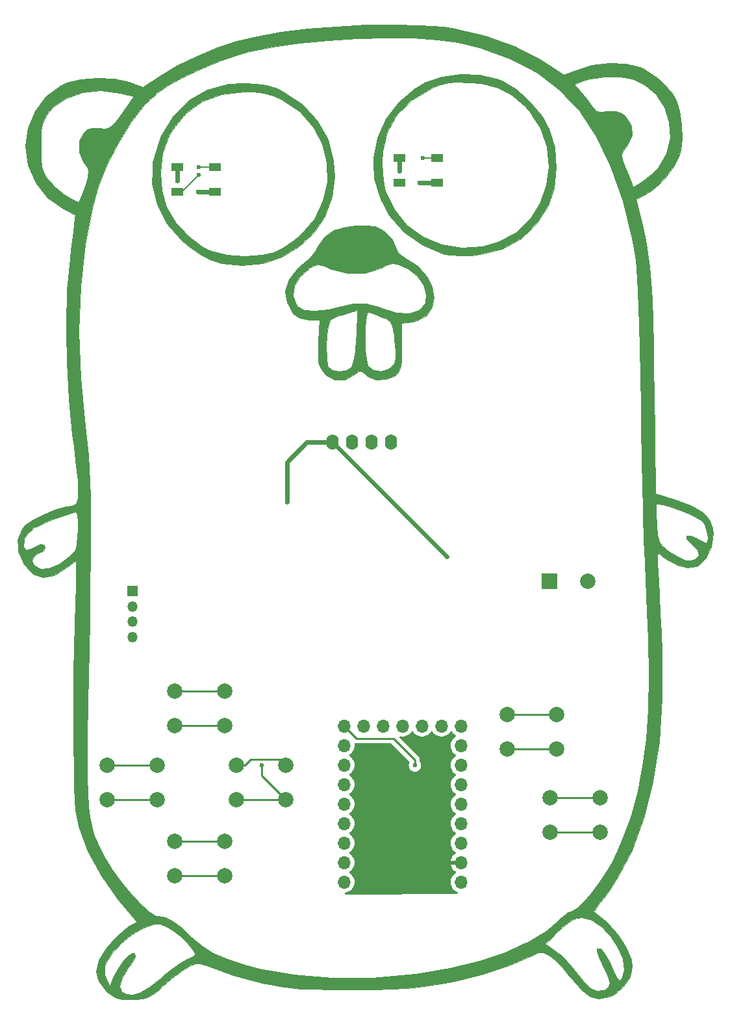
<source format=gbr>
G04 #@! TF.GenerationSoftware,KiCad,Pcbnew,8.0.5-8.0.5-0~ubuntu24.04.1*
G04 #@! TF.CreationDate,2024-10-08T07:55:02+09:00*
G04 #@! TF.ProjectId,gopher_rp2040_sw,676f7068-6572-45f7-9270-323034305f73,rev?*
G04 #@! TF.SameCoordinates,Original*
G04 #@! TF.FileFunction,Copper,L1,Top*
G04 #@! TF.FilePolarity,Positive*
%FSLAX46Y46*%
G04 Gerber Fmt 4.6, Leading zero omitted, Abs format (unit mm)*
G04 Created by KiCad (PCBNEW 8.0.5-8.0.5-0~ubuntu24.04.1) date 2024-10-08 07:55:02*
%MOMM*%
%LPD*%
G01*
G04 APERTURE LIST*
G04 #@! TA.AperFunction,EtchedComponent*
%ADD10C,0.010000*%
G04 #@! TD*
G04 #@! TA.AperFunction,SMDPad,CuDef*
%ADD11R,1.500000X1.000000*%
G04 #@! TD*
G04 #@! TA.AperFunction,ComponentPad*
%ADD12O,1.700000X1.700000*%
G04 #@! TD*
G04 #@! TA.AperFunction,ComponentPad*
%ADD13O,1.600000X2.000000*%
G04 #@! TD*
G04 #@! TA.AperFunction,ComponentPad*
%ADD14C,2.000000*%
G04 #@! TD*
G04 #@! TA.AperFunction,ComponentPad*
%ADD15R,1.350000X1.350000*%
G04 #@! TD*
G04 #@! TA.AperFunction,ComponentPad*
%ADD16O,1.350000X1.350000*%
G04 #@! TD*
G04 #@! TA.AperFunction,ComponentPad*
%ADD17R,2.000000X2.000000*%
G04 #@! TD*
G04 #@! TA.AperFunction,ViaPad*
%ADD18C,0.600000*%
G04 #@! TD*
G04 #@! TA.AperFunction,Conductor*
%ADD19C,0.600000*%
G04 #@! TD*
G04 #@! TA.AperFunction,Conductor*
%ADD20C,0.250000*%
G04 #@! TD*
G04 #@! TA.AperFunction,Conductor*
%ADD21C,0.200000*%
G04 #@! TD*
G04 APERTURE END LIST*
D10*
X128711367Y-50278810D02*
X130924211Y-50762439D01*
X131658823Y-51058059D01*
X133578523Y-52244804D01*
X135407772Y-53874471D01*
X136928558Y-55726784D01*
X137791059Y-57253976D01*
X138507105Y-59706992D01*
X138706761Y-62399598D01*
X138393918Y-65067174D01*
X137643312Y-67300187D01*
X136115879Y-69688161D01*
X134084440Y-71576478D01*
X131623328Y-72916765D01*
X128806874Y-73660651D01*
X127693961Y-73774779D01*
X126247210Y-73809020D01*
X124936283Y-73747124D01*
X124141429Y-73623367D01*
X121326984Y-72478951D01*
X118903365Y-70753447D01*
X116954633Y-68519292D01*
X115805006Y-66439614D01*
X115018248Y-63779552D01*
X114926727Y-61647012D01*
X115977143Y-61647012D01*
X116041805Y-63162730D01*
X116209637Y-64571016D01*
X116397552Y-65402348D01*
X117562251Y-67831613D01*
X119246401Y-69832912D01*
X121344978Y-71358878D01*
X123752962Y-72362143D01*
X126365330Y-72795340D01*
X129077061Y-72611103D01*
X131112817Y-72039266D01*
X133418413Y-70802958D01*
X135257644Y-69087752D01*
X136608073Y-67005735D01*
X137447264Y-64668993D01*
X137752779Y-62189613D01*
X137502180Y-59679681D01*
X136673032Y-57251284D01*
X135242896Y-55016509D01*
X134652191Y-54358039D01*
X132953481Y-52890415D01*
X131125401Y-51935025D01*
X128960803Y-51403604D01*
X127353471Y-51248019D01*
X125749340Y-51191239D01*
X124588230Y-51266191D01*
X123592624Y-51515556D01*
X122485005Y-51982017D01*
X122438343Y-52003958D01*
X119898520Y-53535212D01*
X117980992Y-55434759D01*
X116696048Y-57687242D01*
X116053974Y-60277309D01*
X115977143Y-61647012D01*
X114926727Y-61647012D01*
X114902444Y-61081200D01*
X115416438Y-58450250D01*
X116519074Y-55992393D01*
X118169198Y-53813317D01*
X120325655Y-52018715D01*
X121729169Y-51225856D01*
X123845920Y-50515046D01*
X126262628Y-50197855D01*
X128711367Y-50278810D01*
G04 #@! TA.AperFunction,EtchedComponent*
G36*
X128711367Y-50278810D02*
G01*
X130924211Y-50762439D01*
X131658823Y-51058059D01*
X133578523Y-52244804D01*
X135407772Y-53874471D01*
X136928558Y-55726784D01*
X137791059Y-57253976D01*
X138507105Y-59706992D01*
X138706761Y-62399598D01*
X138393918Y-65067174D01*
X137643312Y-67300187D01*
X136115879Y-69688161D01*
X134084440Y-71576478D01*
X131623328Y-72916765D01*
X128806874Y-73660651D01*
X127693961Y-73774779D01*
X126247210Y-73809020D01*
X124936283Y-73747124D01*
X124141429Y-73623367D01*
X121326984Y-72478951D01*
X118903365Y-70753447D01*
X116954633Y-68519292D01*
X115805006Y-66439614D01*
X115018248Y-63779552D01*
X114926727Y-61647012D01*
X115977143Y-61647012D01*
X116041805Y-63162730D01*
X116209637Y-64571016D01*
X116397552Y-65402348D01*
X117562251Y-67831613D01*
X119246401Y-69832912D01*
X121344978Y-71358878D01*
X123752962Y-72362143D01*
X126365330Y-72795340D01*
X129077061Y-72611103D01*
X131112817Y-72039266D01*
X133418413Y-70802958D01*
X135257644Y-69087752D01*
X136608073Y-67005735D01*
X137447264Y-64668993D01*
X137752779Y-62189613D01*
X137502180Y-59679681D01*
X136673032Y-57251284D01*
X135242896Y-55016509D01*
X134652191Y-54358039D01*
X132953481Y-52890415D01*
X131125401Y-51935025D01*
X128960803Y-51403604D01*
X127353471Y-51248019D01*
X125749340Y-51191239D01*
X124588230Y-51266191D01*
X123592624Y-51515556D01*
X122485005Y-51982017D01*
X122438343Y-52003958D01*
X119898520Y-53535212D01*
X117980992Y-55434759D01*
X116696048Y-57687242D01*
X116053974Y-60277309D01*
X115977143Y-61647012D01*
X114926727Y-61647012D01*
X114902444Y-61081200D01*
X115416438Y-58450250D01*
X116519074Y-55992393D01*
X118169198Y-53813317D01*
X120325655Y-52018715D01*
X121729169Y-51225856D01*
X123845920Y-50515046D01*
X126262628Y-50197855D01*
X128711367Y-50278810D01*
G37*
G04 #@! TD.AperFunction*
X99691359Y-51412525D02*
X100950816Y-51600591D01*
X102103558Y-51990994D01*
X102988228Y-52407445D01*
X105558244Y-54071113D01*
X107544673Y-56161812D01*
X108923798Y-58641134D01*
X109671900Y-61470674D01*
X109808572Y-63451409D01*
X109473913Y-66198144D01*
X108530014Y-68685141D01*
X107066990Y-70852173D01*
X105174957Y-72639014D01*
X102944030Y-73985436D01*
X100464326Y-74831212D01*
X97825961Y-75116114D01*
X95119048Y-74779915D01*
X93589582Y-74291089D01*
X92269189Y-73612701D01*
X90824359Y-72638379D01*
X89888571Y-71864910D01*
X87946238Y-69616552D01*
X86663816Y-67118905D01*
X86056012Y-64447507D01*
X86100014Y-62952506D01*
X87107595Y-62952506D01*
X87270736Y-65358542D01*
X87888712Y-67485604D01*
X87947516Y-67613401D01*
X89152483Y-69535593D01*
X90789035Y-71295612D01*
X92630151Y-72672357D01*
X93684879Y-73201167D01*
X95736069Y-73741843D01*
X98093624Y-73923174D01*
X100424265Y-73738698D01*
X101940400Y-73361213D01*
X103152950Y-72770429D01*
X104512024Y-71866504D01*
X105402904Y-71131030D01*
X107170149Y-69041282D01*
X108318088Y-66699691D01*
X108861946Y-64216962D01*
X108816945Y-61703798D01*
X108198307Y-59270903D01*
X107021256Y-57028980D01*
X105301014Y-55088734D01*
X103052805Y-53560868D01*
X102981885Y-53524838D01*
X101730210Y-52961298D01*
X100581546Y-52643564D01*
X99229065Y-52507419D01*
X98017418Y-52485781D01*
X95081778Y-52800373D01*
X92532276Y-53740910D01*
X90385595Y-55297385D01*
X88658417Y-57459790D01*
X88124332Y-58420786D01*
X87393918Y-60546815D01*
X87107595Y-62952506D01*
X86100014Y-62952506D01*
X86137530Y-61677894D01*
X86923076Y-58885606D01*
X87228169Y-58199157D01*
X88831539Y-55590745D01*
X90846050Y-53596276D01*
X93254433Y-52226691D01*
X96039423Y-51492933D01*
X98017418Y-51362071D01*
X99691359Y-51412525D01*
G04 #@! TA.AperFunction,EtchedComponent*
G36*
X99691359Y-51412525D02*
G01*
X100950816Y-51600591D01*
X102103558Y-51990994D01*
X102988228Y-52407445D01*
X105558244Y-54071113D01*
X107544673Y-56161812D01*
X108923798Y-58641134D01*
X109671900Y-61470674D01*
X109808572Y-63451409D01*
X109473913Y-66198144D01*
X108530014Y-68685141D01*
X107066990Y-70852173D01*
X105174957Y-72639014D01*
X102944030Y-73985436D01*
X100464326Y-74831212D01*
X97825961Y-75116114D01*
X95119048Y-74779915D01*
X93589582Y-74291089D01*
X92269189Y-73612701D01*
X90824359Y-72638379D01*
X89888571Y-71864910D01*
X87946238Y-69616552D01*
X86663816Y-67118905D01*
X86056012Y-64447507D01*
X86100014Y-62952506D01*
X87107595Y-62952506D01*
X87270736Y-65358542D01*
X87888712Y-67485604D01*
X87947516Y-67613401D01*
X89152483Y-69535593D01*
X90789035Y-71295612D01*
X92630151Y-72672357D01*
X93684879Y-73201167D01*
X95736069Y-73741843D01*
X98093624Y-73923174D01*
X100424265Y-73738698D01*
X101940400Y-73361213D01*
X103152950Y-72770429D01*
X104512024Y-71866504D01*
X105402904Y-71131030D01*
X107170149Y-69041282D01*
X108318088Y-66699691D01*
X108861946Y-64216962D01*
X108816945Y-61703798D01*
X108198307Y-59270903D01*
X107021256Y-57028980D01*
X105301014Y-55088734D01*
X103052805Y-53560868D01*
X102981885Y-53524838D01*
X101730210Y-52961298D01*
X100581546Y-52643564D01*
X99229065Y-52507419D01*
X98017418Y-52485781D01*
X95081778Y-52800373D01*
X92532276Y-53740910D01*
X90385595Y-55297385D01*
X88658417Y-57459790D01*
X88124332Y-58420786D01*
X87393918Y-60546815D01*
X87107595Y-62952506D01*
X86100014Y-62952506D01*
X86137530Y-61677894D01*
X86923076Y-58885606D01*
X87228169Y-58199157D01*
X88831539Y-55590745D01*
X90846050Y-53596276D01*
X93254433Y-52226691D01*
X96039423Y-51492933D01*
X98017418Y-51362071D01*
X99691359Y-51412525D01*
G37*
G04 #@! TD.AperFunction*
X115022404Y-70000490D02*
X115814554Y-70329667D01*
X116340000Y-70667250D01*
X117377432Y-71672437D01*
X117724251Y-72561185D01*
X118104572Y-73486577D01*
X119027366Y-74151043D01*
X120638282Y-75199028D01*
X121806636Y-76479141D01*
X122519453Y-77874298D01*
X122763758Y-79267413D01*
X122526579Y-80541404D01*
X121794941Y-81579185D01*
X120555870Y-82263674D01*
X119942305Y-82407943D01*
X118517143Y-82642539D01*
X118517143Y-85748618D01*
X118497712Y-87305959D01*
X118413208Y-88296487D01*
X118224315Y-88899978D01*
X117891716Y-89296207D01*
X117710691Y-89436172D01*
X116556619Y-89919565D01*
X115265107Y-89960936D01*
X114149469Y-89568871D01*
X113858304Y-89330606D01*
X113343578Y-88876304D01*
X112923703Y-88907880D01*
X112366677Y-89330606D01*
X111130487Y-89951411D01*
X109823889Y-89949650D01*
X108672386Y-89344399D01*
X108345364Y-88990441D01*
X107941300Y-88371399D01*
X107723184Y-87691012D01*
X107655784Y-86730157D01*
X107690634Y-85671635D01*
X108728632Y-85671635D01*
X108758850Y-87056591D01*
X108879335Y-88088847D01*
X108940251Y-88306214D01*
X109440645Y-88740178D01*
X110313104Y-88891275D01*
X111258118Y-88759769D01*
X111976174Y-88345919D01*
X112012505Y-88303534D01*
X112271371Y-87617730D01*
X112486453Y-86339113D01*
X112622477Y-84746563D01*
X113786520Y-84746563D01*
X113832990Y-86109983D01*
X113948888Y-87286028D01*
X114136281Y-88088309D01*
X114175624Y-88174556D01*
X114826222Y-88730406D01*
X115795352Y-88888204D01*
X116779357Y-88634435D01*
X117221225Y-88310084D01*
X117567618Y-87834205D01*
X117740299Y-87192441D01*
X117753721Y-86210748D01*
X117622335Y-84715080D01*
X117563062Y-84193298D01*
X117388286Y-83048297D01*
X117103820Y-82404486D01*
X116552210Y-82017616D01*
X116024073Y-81805950D01*
X115046279Y-81444100D01*
X114331186Y-81176516D01*
X114253572Y-81146953D01*
X114043004Y-81395964D01*
X113893595Y-82203163D01*
X113807411Y-83382160D01*
X113786520Y-84746563D01*
X112622477Y-84746563D01*
X112633145Y-84621669D01*
X112648216Y-84325259D01*
X112805420Y-80940508D01*
X111941996Y-81192481D01*
X110880325Y-81477380D01*
X110118512Y-81661136D01*
X109325157Y-82081377D01*
X108939808Y-83003201D01*
X108939227Y-83006188D01*
X108788739Y-84224620D01*
X108728632Y-85671635D01*
X107690634Y-85671635D01*
X107703867Y-85269708D01*
X107714735Y-85068382D01*
X107874273Y-82173529D01*
X106546102Y-82173529D01*
X105200180Y-81899781D01*
X104434548Y-81315130D01*
X103589329Y-79918289D01*
X103486199Y-79047061D01*
X104387631Y-79047061D01*
X104825427Y-80194531D01*
X104966239Y-80369852D01*
X105870607Y-80884364D01*
X107275109Y-81043176D01*
X109039994Y-80843018D01*
X110385903Y-80496690D01*
X112280122Y-80048173D01*
X113892491Y-80044593D01*
X115531247Y-80496023D01*
X115977143Y-80679411D01*
X117859808Y-81266472D01*
X119534522Y-81351522D01*
X120850323Y-80929560D01*
X120976405Y-80844995D01*
X121638315Y-79976457D01*
X121751900Y-78852589D01*
X121374196Y-77630083D01*
X120562236Y-76465633D01*
X119373056Y-75515933D01*
X118957845Y-75299370D01*
X118036060Y-74904279D01*
X117383164Y-74810774D01*
X116664626Y-75030314D01*
X115886900Y-75404559D01*
X113789399Y-76063268D01*
X111533696Y-76115151D01*
X109388833Y-75557254D01*
X109212062Y-75477798D01*
X108256581Y-75063987D01*
X107641265Y-74970725D01*
X107052106Y-75195126D01*
X106623699Y-75453999D01*
X105332332Y-76541655D01*
X104571788Y-77784389D01*
X104387631Y-79047061D01*
X103486199Y-79047061D01*
X103410308Y-78405956D01*
X103874548Y-76896830D01*
X104959113Y-75509609D01*
X105666289Y-74940705D01*
X106659551Y-74049817D01*
X107459658Y-73006219D01*
X107567352Y-72808751D01*
X108488579Y-71426247D01*
X109708527Y-70533797D01*
X111371980Y-70048815D01*
X112632314Y-69919661D01*
X114051730Y-69881983D01*
X115022404Y-70000490D01*
G04 #@! TA.AperFunction,EtchedComponent*
G36*
X115022404Y-70000490D02*
G01*
X115814554Y-70329667D01*
X116340000Y-70667250D01*
X117377432Y-71672437D01*
X117724251Y-72561185D01*
X118104572Y-73486577D01*
X119027366Y-74151043D01*
X120638282Y-75199028D01*
X121806636Y-76479141D01*
X122519453Y-77874298D01*
X122763758Y-79267413D01*
X122526579Y-80541404D01*
X121794941Y-81579185D01*
X120555870Y-82263674D01*
X119942305Y-82407943D01*
X118517143Y-82642539D01*
X118517143Y-85748618D01*
X118497712Y-87305959D01*
X118413208Y-88296487D01*
X118224315Y-88899978D01*
X117891716Y-89296207D01*
X117710691Y-89436172D01*
X116556619Y-89919565D01*
X115265107Y-89960936D01*
X114149469Y-89568871D01*
X113858304Y-89330606D01*
X113343578Y-88876304D01*
X112923703Y-88907880D01*
X112366677Y-89330606D01*
X111130487Y-89951411D01*
X109823889Y-89949650D01*
X108672386Y-89344399D01*
X108345364Y-88990441D01*
X107941300Y-88371399D01*
X107723184Y-87691012D01*
X107655784Y-86730157D01*
X107690634Y-85671635D01*
X108728632Y-85671635D01*
X108758850Y-87056591D01*
X108879335Y-88088847D01*
X108940251Y-88306214D01*
X109440645Y-88740178D01*
X110313104Y-88891275D01*
X111258118Y-88759769D01*
X111976174Y-88345919D01*
X112012505Y-88303534D01*
X112271371Y-87617730D01*
X112486453Y-86339113D01*
X112622477Y-84746563D01*
X113786520Y-84746563D01*
X113832990Y-86109983D01*
X113948888Y-87286028D01*
X114136281Y-88088309D01*
X114175624Y-88174556D01*
X114826222Y-88730406D01*
X115795352Y-88888204D01*
X116779357Y-88634435D01*
X117221225Y-88310084D01*
X117567618Y-87834205D01*
X117740299Y-87192441D01*
X117753721Y-86210748D01*
X117622335Y-84715080D01*
X117563062Y-84193298D01*
X117388286Y-83048297D01*
X117103820Y-82404486D01*
X116552210Y-82017616D01*
X116024073Y-81805950D01*
X115046279Y-81444100D01*
X114331186Y-81176516D01*
X114253572Y-81146953D01*
X114043004Y-81395964D01*
X113893595Y-82203163D01*
X113807411Y-83382160D01*
X113786520Y-84746563D01*
X112622477Y-84746563D01*
X112633145Y-84621669D01*
X112648216Y-84325259D01*
X112805420Y-80940508D01*
X111941996Y-81192481D01*
X110880325Y-81477380D01*
X110118512Y-81661136D01*
X109325157Y-82081377D01*
X108939808Y-83003201D01*
X108939227Y-83006188D01*
X108788739Y-84224620D01*
X108728632Y-85671635D01*
X107690634Y-85671635D01*
X107703867Y-85269708D01*
X107714735Y-85068382D01*
X107874273Y-82173529D01*
X106546102Y-82173529D01*
X105200180Y-81899781D01*
X104434548Y-81315130D01*
X103589329Y-79918289D01*
X103486199Y-79047061D01*
X104387631Y-79047061D01*
X104825427Y-80194531D01*
X104966239Y-80369852D01*
X105870607Y-80884364D01*
X107275109Y-81043176D01*
X109039994Y-80843018D01*
X110385903Y-80496690D01*
X112280122Y-80048173D01*
X113892491Y-80044593D01*
X115531247Y-80496023D01*
X115977143Y-80679411D01*
X117859808Y-81266472D01*
X119534522Y-81351522D01*
X120850323Y-80929560D01*
X120976405Y-80844995D01*
X121638315Y-79976457D01*
X121751900Y-78852589D01*
X121374196Y-77630083D01*
X120562236Y-76465633D01*
X119373056Y-75515933D01*
X118957845Y-75299370D01*
X118036060Y-74904279D01*
X117383164Y-74810774D01*
X116664626Y-75030314D01*
X115886900Y-75404559D01*
X113789399Y-76063268D01*
X111533696Y-76115151D01*
X109388833Y-75557254D01*
X109212062Y-75477798D01*
X108256581Y-75063987D01*
X107641265Y-74970725D01*
X107052106Y-75195126D01*
X106623699Y-75453999D01*
X105332332Y-76541655D01*
X104571788Y-77784389D01*
X104387631Y-79047061D01*
X103486199Y-79047061D01*
X103410308Y-78405956D01*
X103874548Y-76896830D01*
X104959113Y-75509609D01*
X105666289Y-74940705D01*
X106659551Y-74049817D01*
X107459658Y-73006219D01*
X107567352Y-72808751D01*
X108488579Y-71426247D01*
X109708527Y-70533797D01*
X111371980Y-70048815D01*
X112632314Y-69919661D01*
X114051730Y-69881983D01*
X115022404Y-70000490D01*
G37*
G04 #@! TD.AperFunction*
X120969317Y-43794845D02*
X123930958Y-44027204D01*
X125454612Y-44248256D01*
X129451753Y-45198945D01*
X133227981Y-46543845D01*
X136602220Y-48211145D01*
X138450451Y-49402215D01*
X139696616Y-50299437D01*
X141534737Y-49551375D01*
X143463572Y-49004059D01*
X145613404Y-48773346D01*
X147731696Y-48858840D01*
X149565913Y-49260141D01*
X150271899Y-49565156D01*
X152182196Y-50895174D01*
X153719348Y-52562350D01*
X154340013Y-53573887D01*
X154782628Y-54934304D01*
X155042308Y-56704544D01*
X155098273Y-58566258D01*
X154929743Y-60201098D01*
X154804530Y-60690372D01*
X154038244Y-62239847D01*
X152819789Y-63808908D01*
X151371229Y-65140779D01*
X150431240Y-65747337D01*
X149094406Y-66449398D01*
X149598238Y-68428375D01*
X150016072Y-70149599D01*
X150361205Y-71790031D01*
X150641707Y-73448383D01*
X150865644Y-75223364D01*
X151041085Y-77213687D01*
X151176097Y-79518061D01*
X151278747Y-82235199D01*
X151357104Y-85463810D01*
X151419235Y-89302606D01*
X151440617Y-90970537D01*
X151608740Y-104810193D01*
X154317587Y-105675792D01*
X156389105Y-106443193D01*
X157820666Y-107249537D01*
X158697137Y-108170734D01*
X159103388Y-109282692D01*
X159157143Y-110004404D01*
X158908018Y-111738807D01*
X158227515Y-113193001D01*
X157215948Y-114172303D01*
X156936342Y-114314491D01*
X155831770Y-114438966D01*
X154475088Y-114097919D01*
X153111043Y-113370343D01*
X152498135Y-112882077D01*
X152189606Y-112627055D01*
X151998309Y-112617661D01*
X151908305Y-112964412D01*
X151903654Y-113777829D01*
X151968420Y-115168428D01*
X152024720Y-116164705D01*
X152126572Y-118055187D01*
X152243595Y-120409602D01*
X152362230Y-122945411D01*
X152468917Y-125380075D01*
X152481835Y-125689705D01*
X152515405Y-131549691D01*
X152128842Y-137096556D01*
X151336407Y-142269120D01*
X150152367Y-147006199D01*
X148590985Y-151246614D01*
X146666526Y-154929181D01*
X145164373Y-157075142D01*
X144371700Y-158105678D01*
X143818899Y-158880158D01*
X143611214Y-159250049D01*
X143615552Y-159261020D01*
X145277867Y-160564246D01*
X146725601Y-162155651D01*
X147839569Y-163863938D01*
X148500583Y-165517811D01*
X148630881Y-166469134D01*
X148305436Y-167810769D01*
X147434260Y-169071610D01*
X146186400Y-170041654D01*
X145516786Y-170337754D01*
X144301938Y-170558635D01*
X143184747Y-170293813D01*
X142046233Y-169480470D01*
X140767415Y-168055782D01*
X140469860Y-167672990D01*
X139489867Y-166498464D01*
X138515176Y-165509211D01*
X137749726Y-164911331D01*
X137722244Y-164896278D01*
X136974178Y-164569405D01*
X136339936Y-164580930D01*
X135477594Y-164951521D01*
X135301178Y-165042615D01*
X132525868Y-166268400D01*
X129193242Y-167367320D01*
X125468035Y-168287444D01*
X124220301Y-168535577D01*
X122487074Y-168836373D01*
X120849457Y-169058003D01*
X119143067Y-169211808D01*
X117203516Y-169309128D01*
X114866421Y-169361306D01*
X111985715Y-169379651D01*
X109268729Y-169375569D01*
X107131274Y-169345906D01*
X105427306Y-169279800D01*
X104010782Y-169166392D01*
X102735658Y-168994823D01*
X101455892Y-168754233D01*
X100383101Y-168516881D01*
X98506343Y-168043587D01*
X96613071Y-167497621D01*
X94990352Y-166964527D01*
X94329891Y-166713052D01*
X93103607Y-166227294D01*
X92306183Y-166009622D01*
X91697232Y-166039214D01*
X91036364Y-166295246D01*
X90803339Y-166407578D01*
X89879382Y-166974583D01*
X88686147Y-167860565D01*
X87491864Y-168865084D01*
X86403888Y-169812624D01*
X85603005Y-170361313D01*
X84843601Y-170619629D01*
X83880064Y-170696048D01*
X83337259Y-170700000D01*
X82033810Y-170645889D01*
X81160781Y-170419433D01*
X80426659Y-169924446D01*
X80113443Y-169636297D01*
X79076153Y-168325670D01*
X78839149Y-167405465D01*
X79847599Y-167405465D01*
X80067724Y-168111140D01*
X80505726Y-168953627D01*
X80951185Y-167865784D01*
X81508792Y-166782811D01*
X82213464Y-165778567D01*
X82928263Y-165008043D01*
X83516248Y-164626231D01*
X83775351Y-164669331D01*
X83793682Y-165200888D01*
X83255254Y-166140814D01*
X83010647Y-166466750D01*
X82100641Y-167864580D01*
X81781894Y-168948085D01*
X82058888Y-169679679D01*
X82594286Y-169958188D01*
X83489763Y-170055379D01*
X84434544Y-169808214D01*
X85563335Y-169152687D01*
X87010838Y-168024789D01*
X87451384Y-167650250D01*
X88644811Y-166685612D01*
X89759929Y-165890635D01*
X90581380Y-165417153D01*
X90667858Y-165382560D01*
X91376025Y-165052907D01*
X91650610Y-164780371D01*
X91358236Y-164198684D01*
X90653472Y-163369526D01*
X89720688Y-162470539D01*
X88744250Y-161679365D01*
X87908529Y-161173645D01*
X87906315Y-161172691D01*
X87071273Y-160861436D01*
X86394534Y-160815358D01*
X85573226Y-161056086D01*
X84773604Y-161396415D01*
X83419442Y-162190994D01*
X82063410Y-163307340D01*
X80888768Y-164561011D01*
X80078774Y-165767561D01*
X79854299Y-166347543D01*
X79847599Y-167405465D01*
X78839149Y-167405465D01*
X78737384Y-167010351D01*
X79075390Y-165594292D01*
X79158238Y-165417436D01*
X80087123Y-163936840D01*
X81322519Y-162506936D01*
X82617790Y-161399289D01*
X83049782Y-161132513D01*
X84049564Y-160593471D01*
X81656939Y-157709235D01*
X79386157Y-154581966D01*
X77643722Y-151347485D01*
X76489920Y-148132018D01*
X76071514Y-146014361D01*
X75967376Y-144752315D01*
X75884156Y-142860756D01*
X75822108Y-140456926D01*
X75781485Y-137658068D01*
X75762539Y-134581424D01*
X75765522Y-131344238D01*
X75790688Y-128063751D01*
X75838290Y-124857207D01*
X75908580Y-121841848D01*
X76001811Y-119134916D01*
X76012993Y-118872170D01*
X76087807Y-116975898D01*
X76136418Y-115377721D01*
X76155937Y-114209841D01*
X76143475Y-113604461D01*
X76129361Y-113549376D01*
X75796968Y-113753392D01*
X75108865Y-114261379D01*
X74859361Y-114454741D01*
X73240426Y-115449173D01*
X71815254Y-115729488D01*
X70557750Y-115293518D01*
X69441820Y-114139098D01*
X69345494Y-113996941D01*
X68577333Y-112345731D01*
X68541837Y-111774251D01*
X69274805Y-111774251D01*
X69579135Y-112200595D01*
X70271591Y-112007640D01*
X70459405Y-111889414D01*
X71430026Y-111376966D01*
X71959122Y-111450523D01*
X72071429Y-111869117D01*
X71803804Y-112364854D01*
X71571573Y-112429411D01*
X70935656Y-112692932D01*
X70620000Y-112989705D01*
X70351204Y-113587555D01*
X70620000Y-114110294D01*
X71464198Y-114615173D01*
X72630168Y-114543309D01*
X74002021Y-113913876D01*
X74673935Y-113439536D01*
X75511244Y-112750681D01*
X75990107Y-112169534D01*
X76223206Y-111445207D01*
X76323223Y-110326814D01*
X76351579Y-109704242D01*
X76361562Y-108447472D01*
X76285005Y-107548625D01*
X76138449Y-107200058D01*
X76136242Y-107200000D01*
X75542635Y-107330361D01*
X74504376Y-107666081D01*
X73246265Y-108124112D01*
X71993105Y-108621404D01*
X70969695Y-109074910D01*
X70721601Y-109200326D01*
X69848197Y-109917303D01*
X69381415Y-110752667D01*
X69274805Y-111774251D01*
X68541837Y-111774251D01*
X68480899Y-110793181D01*
X69054458Y-109420776D01*
X69452695Y-108958532D01*
X70400398Y-108276979D01*
X71792573Y-107562753D01*
X73361885Y-106928715D01*
X74840993Y-106487725D01*
X75608926Y-106359589D01*
X75976735Y-106257005D01*
X76232677Y-105965493D01*
X76376964Y-105401089D01*
X76409804Y-104479833D01*
X76331408Y-103117761D01*
X76141986Y-101230910D01*
X75841748Y-98735318D01*
X75632101Y-97093300D01*
X75159978Y-92485163D01*
X74891445Y-87678142D01*
X74839220Y-83735108D01*
X76475149Y-83735108D01*
X76666616Y-89728033D01*
X77190326Y-95127809D01*
X77389979Y-96738139D01*
X77558266Y-98282259D01*
X77696338Y-99831128D01*
X77805346Y-101455705D01*
X77886439Y-103226948D01*
X77940769Y-105215816D01*
X77969487Y-107493269D01*
X77973743Y-110130263D01*
X77954687Y-113197759D01*
X77913470Y-116766715D01*
X77851243Y-120908090D01*
X77769156Y-125692842D01*
X77725260Y-128117647D01*
X77648449Y-132444401D01*
X77594226Y-136098824D01*
X77569349Y-139155468D01*
X77580578Y-141688882D01*
X77634672Y-143773618D01*
X77738390Y-145484226D01*
X77898491Y-146895256D01*
X78121734Y-148081259D01*
X78414879Y-149116787D01*
X78784684Y-150076388D01*
X79237909Y-151034615D01*
X79781312Y-152066017D01*
X79919675Y-152321270D01*
X80860570Y-153853509D01*
X82014232Y-155433848D01*
X83268800Y-156940218D01*
X84512414Y-158250549D01*
X85633212Y-159242771D01*
X86519334Y-159794816D01*
X86834950Y-159867647D01*
X87784139Y-160001439D01*
X88755521Y-160463671D01*
X89897677Y-161345628D01*
X91121429Y-162501086D01*
X92464153Y-163665857D01*
X93985803Y-164619921D01*
X95836287Y-165433493D01*
X98165513Y-166176792D01*
X99973003Y-166647149D01*
X104497730Y-167473445D01*
X109487487Y-167872480D01*
X114809191Y-167840081D01*
X120329756Y-167372073D01*
X120875715Y-167302713D01*
X124913218Y-166623448D01*
X128680863Y-165692975D01*
X132080386Y-164547397D01*
X134388270Y-163505178D01*
X137327821Y-163505178D01*
X138536053Y-164275704D01*
X139421108Y-165002846D01*
X140448025Y-166078047D01*
X141149102Y-166946137D01*
X142282198Y-168367824D01*
X143196549Y-169208647D01*
X144018912Y-169544707D01*
X144876039Y-169452106D01*
X145157466Y-169352683D01*
X145580058Y-169067894D01*
X145681025Y-168576316D01*
X145443274Y-167737516D01*
X144849716Y-166411056D01*
X144782510Y-166271736D01*
X144308261Y-165188340D01*
X144050760Y-164387603D01*
X144048027Y-164090756D01*
X144484576Y-164083444D01*
X145069636Y-164707016D01*
X145737416Y-165878613D01*
X146088905Y-166661087D01*
X146593828Y-167744046D01*
X146951367Y-168180120D01*
X147211689Y-168050061D01*
X147561175Y-166836591D01*
X147377260Y-165406832D01*
X146763145Y-163903169D01*
X145822030Y-162467985D01*
X144657114Y-161243664D01*
X143371599Y-160372592D01*
X142068685Y-159997152D01*
X141410898Y-160046779D01*
X140612582Y-160434175D01*
X139599596Y-161197284D01*
X138868436Y-161889236D01*
X137327821Y-163505178D01*
X134388270Y-163505178D01*
X135013527Y-163222818D01*
X137382022Y-161755342D01*
X138475934Y-160836029D01*
X139457873Y-159961745D01*
X140293144Y-159343782D01*
X140783687Y-159120588D01*
X141366083Y-158826151D01*
X142221507Y-158032297D01*
X143238510Y-156873213D01*
X144305645Y-155483083D01*
X145311462Y-153996094D01*
X145971242Y-152874678D01*
X146664981Y-151432684D01*
X147433864Y-149575168D01*
X148156028Y-147605610D01*
X148462290Y-146671144D01*
X149315833Y-143559717D01*
X149968931Y-140292769D01*
X150427991Y-136776134D01*
X150699422Y-132915645D01*
X150789629Y-128617135D01*
X150705021Y-123786438D01*
X150452005Y-118329387D01*
X150423649Y-117845588D01*
X150338453Y-116134548D01*
X150246186Y-113787041D01*
X150149974Y-110913584D01*
X150052944Y-107624695D01*
X150024615Y-106549836D01*
X151687245Y-106549836D01*
X151717444Y-107495607D01*
X151800889Y-108781966D01*
X151804666Y-108830339D01*
X151928295Y-110189507D01*
X152112255Y-111036831D01*
X152474956Y-111605128D01*
X153134807Y-112127216D01*
X153656917Y-112472251D01*
X154813859Y-113176251D01*
X155618268Y-113490458D01*
X156295789Y-113476578D01*
X156768895Y-113323271D01*
X157288216Y-112858247D01*
X157153454Y-112189766D01*
X156381953Y-111397866D01*
X156345664Y-111370422D01*
X155694515Y-110718892D01*
X155677591Y-110329055D01*
X156218234Y-110312333D01*
X156887753Y-110582485D01*
X157681516Y-110990828D01*
X158159286Y-111234583D01*
X158411618Y-111107159D01*
X158455244Y-110513339D01*
X158325565Y-109690256D01*
X158057986Y-108875042D01*
X157727597Y-108343113D01*
X157166964Y-107978420D01*
X156182469Y-107516019D01*
X154968942Y-107027118D01*
X153721215Y-106582922D01*
X152634119Y-106254639D01*
X151902484Y-106113476D01*
X151716887Y-106146320D01*
X151687245Y-106549836D01*
X150024615Y-106549836D01*
X149958223Y-104030891D01*
X149868939Y-100242691D01*
X149788218Y-96370612D01*
X149736696Y-93566176D01*
X149661839Y-89360128D01*
X149592331Y-85824522D01*
X149524331Y-82882800D01*
X149453997Y-80458404D01*
X149377488Y-78474777D01*
X149290962Y-76855361D01*
X149190578Y-75523599D01*
X149072494Y-74402933D01*
X148932869Y-73416806D01*
X148767861Y-72488660D01*
X148649609Y-71901470D01*
X147369263Y-66706801D01*
X145811869Y-62176843D01*
X143942579Y-58272084D01*
X141726545Y-54953009D01*
X139128921Y-52180104D01*
X138251551Y-51520416D01*
X141027600Y-51520416D01*
X141972158Y-52559472D01*
X142764881Y-53497733D01*
X143418956Y-54378319D01*
X143457247Y-54436748D01*
X143930351Y-54974939D01*
X144566071Y-55133205D01*
X145424239Y-55040157D01*
X146495846Y-54966864D01*
X147259246Y-55258075D01*
X147742493Y-55667785D01*
X148485338Y-56830329D01*
X148549800Y-58139622D01*
X147930063Y-59461783D01*
X147908572Y-59490160D01*
X147447845Y-60127277D01*
X147250384Y-60643732D01*
X147319442Y-61268555D01*
X147658272Y-62230780D01*
X147958147Y-62980220D01*
X148733436Y-64905761D01*
X149949697Y-64167043D01*
X151048566Y-63342943D01*
X152034814Y-62364905D01*
X152067721Y-62325120D01*
X153115382Y-60515584D01*
X153563636Y-58515368D01*
X153455712Y-56469135D01*
X152834840Y-54521547D01*
X151744248Y-52817266D01*
X150227167Y-51500956D01*
X148621132Y-50791418D01*
X146966195Y-50539934D01*
X145021385Y-50547392D01*
X143146927Y-50795695D01*
X142018800Y-51123105D01*
X141027600Y-51520416D01*
X138251551Y-51520416D01*
X136114859Y-49913855D01*
X132649512Y-48114749D01*
X128698033Y-46743272D01*
X125864287Y-46064838D01*
X123252890Y-45685720D01*
X120097381Y-45474552D01*
X116558756Y-45422527D01*
X112798012Y-45520835D01*
X108976145Y-45760671D01*
X105254150Y-46133225D01*
X101793024Y-46629689D01*
X98753764Y-47241257D01*
X97308203Y-47627102D01*
X94976390Y-48420592D01*
X92530179Y-49420208D01*
X90179990Y-50527530D01*
X88136245Y-51644140D01*
X86740202Y-52570043D01*
X85033267Y-54183280D01*
X83314024Y-56374637D01*
X81675342Y-58983060D01*
X80210091Y-61847498D01*
X79011141Y-64806900D01*
X78279063Y-67243090D01*
X77287863Y-72326404D01*
X76684394Y-77879154D01*
X76475149Y-83735108D01*
X74839220Y-83735108D01*
X74827958Y-82884847D01*
X74970973Y-78317886D01*
X75321947Y-74189868D01*
X75467543Y-73072113D01*
X75703534Y-71349756D01*
X75880784Y-69922864D01*
X75982334Y-68938322D01*
X75991224Y-68543017D01*
X75990529Y-68542291D01*
X75630161Y-68330987D01*
X74842364Y-67907488D01*
X74378274Y-67664679D01*
X72407565Y-66242765D01*
X70880723Y-64324325D01*
X69890976Y-62064959D01*
X69531549Y-59620266D01*
X69531429Y-59575000D01*
X71527143Y-59575000D01*
X71551155Y-61147245D01*
X71658888Y-62205680D01*
X71903884Y-62982904D01*
X72339689Y-63711518D01*
X72544476Y-63994408D01*
X73353069Y-64869577D01*
X74411886Y-65747579D01*
X75485490Y-66456740D01*
X76338440Y-66825386D01*
X76450163Y-66842315D01*
X76660130Y-66526525D01*
X76992341Y-65691665D01*
X77287364Y-64797129D01*
X77629311Y-63619783D01*
X77736212Y-62898026D01*
X77598419Y-62377334D01*
X77206287Y-61803184D01*
X77172201Y-61758520D01*
X76524151Y-60380767D01*
X76556843Y-58939378D01*
X77019705Y-57934419D01*
X77538117Y-57370429D01*
X78223675Y-57179065D01*
X79106134Y-57229005D01*
X79903409Y-57287332D01*
X80472778Y-57162684D01*
X80999186Y-56733323D01*
X81667582Y-55877507D01*
X82115143Y-55248345D01*
X83631714Y-53100117D01*
X81815923Y-52651704D01*
X79311895Y-52320175D01*
X76934199Y-52546284D01*
X74818715Y-53292705D01*
X73101325Y-54522110D01*
X72504518Y-55209518D01*
X72008844Y-55956607D01*
X71715333Y-56694162D01*
X71572451Y-57652360D01*
X71528664Y-59061381D01*
X71527143Y-59575000D01*
X69531429Y-59575000D01*
X69863329Y-57195128D01*
X70792211Y-54985681D01*
X72217847Y-53101577D01*
X74040007Y-51697730D01*
X74890232Y-51292246D01*
X76705770Y-50828594D01*
X78876828Y-50656340D01*
X81090353Y-50776316D01*
X83033295Y-51189355D01*
X83264133Y-51269961D01*
X84841123Y-51854984D01*
X86994283Y-50422399D01*
X89221328Y-49117225D01*
X91904702Y-47823756D01*
X94782352Y-46659621D01*
X97108572Y-45882438D01*
X99698242Y-45252816D01*
X102835745Y-44717815D01*
X106356182Y-44286940D01*
X110094656Y-43969700D01*
X113886269Y-43775599D01*
X117566122Y-43714145D01*
X120969317Y-43794845D01*
G04 #@! TA.AperFunction,EtchedComponent*
G36*
X120969317Y-43794845D02*
G01*
X123930958Y-44027204D01*
X125454612Y-44248256D01*
X129451753Y-45198945D01*
X133227981Y-46543845D01*
X136602220Y-48211145D01*
X138450451Y-49402215D01*
X139696616Y-50299437D01*
X141534737Y-49551375D01*
X143463572Y-49004059D01*
X145613404Y-48773346D01*
X147731696Y-48858840D01*
X149565913Y-49260141D01*
X150271899Y-49565156D01*
X152182196Y-50895174D01*
X153719348Y-52562350D01*
X154340013Y-53573887D01*
X154782628Y-54934304D01*
X155042308Y-56704544D01*
X155098273Y-58566258D01*
X154929743Y-60201098D01*
X154804530Y-60690372D01*
X154038244Y-62239847D01*
X152819789Y-63808908D01*
X151371229Y-65140779D01*
X150431240Y-65747337D01*
X149094406Y-66449398D01*
X149598238Y-68428375D01*
X150016072Y-70149599D01*
X150361205Y-71790031D01*
X150641707Y-73448383D01*
X150865644Y-75223364D01*
X151041085Y-77213687D01*
X151176097Y-79518061D01*
X151278747Y-82235199D01*
X151357104Y-85463810D01*
X151419235Y-89302606D01*
X151440617Y-90970537D01*
X151608740Y-104810193D01*
X154317587Y-105675792D01*
X156389105Y-106443193D01*
X157820666Y-107249537D01*
X158697137Y-108170734D01*
X159103388Y-109282692D01*
X159157143Y-110004404D01*
X158908018Y-111738807D01*
X158227515Y-113193001D01*
X157215948Y-114172303D01*
X156936342Y-114314491D01*
X155831770Y-114438966D01*
X154475088Y-114097919D01*
X153111043Y-113370343D01*
X152498135Y-112882077D01*
X152189606Y-112627055D01*
X151998309Y-112617661D01*
X151908305Y-112964412D01*
X151903654Y-113777829D01*
X151968420Y-115168428D01*
X152024720Y-116164705D01*
X152126572Y-118055187D01*
X152243595Y-120409602D01*
X152362230Y-122945411D01*
X152468917Y-125380075D01*
X152481835Y-125689705D01*
X152515405Y-131549691D01*
X152128842Y-137096556D01*
X151336407Y-142269120D01*
X150152367Y-147006199D01*
X148590985Y-151246614D01*
X146666526Y-154929181D01*
X145164373Y-157075142D01*
X144371700Y-158105678D01*
X143818899Y-158880158D01*
X143611214Y-159250049D01*
X143615552Y-159261020D01*
X145277867Y-160564246D01*
X146725601Y-162155651D01*
X147839569Y-163863938D01*
X148500583Y-165517811D01*
X148630881Y-166469134D01*
X148305436Y-167810769D01*
X147434260Y-169071610D01*
X146186400Y-170041654D01*
X145516786Y-170337754D01*
X144301938Y-170558635D01*
X143184747Y-170293813D01*
X142046233Y-169480470D01*
X140767415Y-168055782D01*
X140469860Y-167672990D01*
X139489867Y-166498464D01*
X138515176Y-165509211D01*
X137749726Y-164911331D01*
X137722244Y-164896278D01*
X136974178Y-164569405D01*
X136339936Y-164580930D01*
X135477594Y-164951521D01*
X135301178Y-165042615D01*
X132525868Y-166268400D01*
X129193242Y-167367320D01*
X125468035Y-168287444D01*
X124220301Y-168535577D01*
X122487074Y-168836373D01*
X120849457Y-169058003D01*
X119143067Y-169211808D01*
X117203516Y-169309128D01*
X114866421Y-169361306D01*
X111985715Y-169379651D01*
X109268729Y-169375569D01*
X107131274Y-169345906D01*
X105427306Y-169279800D01*
X104010782Y-169166392D01*
X102735658Y-168994823D01*
X101455892Y-168754233D01*
X100383101Y-168516881D01*
X98506343Y-168043587D01*
X96613071Y-167497621D01*
X94990352Y-166964527D01*
X94329891Y-166713052D01*
X93103607Y-166227294D01*
X92306183Y-166009622D01*
X91697232Y-166039214D01*
X91036364Y-166295246D01*
X90803339Y-166407578D01*
X89879382Y-166974583D01*
X88686147Y-167860565D01*
X87491864Y-168865084D01*
X86403888Y-169812624D01*
X85603005Y-170361313D01*
X84843601Y-170619629D01*
X83880064Y-170696048D01*
X83337259Y-170700000D01*
X82033810Y-170645889D01*
X81160781Y-170419433D01*
X80426659Y-169924446D01*
X80113443Y-169636297D01*
X79076153Y-168325670D01*
X78839149Y-167405465D01*
X79847599Y-167405465D01*
X80067724Y-168111140D01*
X80505726Y-168953627D01*
X80951185Y-167865784D01*
X81508792Y-166782811D01*
X82213464Y-165778567D01*
X82928263Y-165008043D01*
X83516248Y-164626231D01*
X83775351Y-164669331D01*
X83793682Y-165200888D01*
X83255254Y-166140814D01*
X83010647Y-166466750D01*
X82100641Y-167864580D01*
X81781894Y-168948085D01*
X82058888Y-169679679D01*
X82594286Y-169958188D01*
X83489763Y-170055379D01*
X84434544Y-169808214D01*
X85563335Y-169152687D01*
X87010838Y-168024789D01*
X87451384Y-167650250D01*
X88644811Y-166685612D01*
X89759929Y-165890635D01*
X90581380Y-165417153D01*
X90667858Y-165382560D01*
X91376025Y-165052907D01*
X91650610Y-164780371D01*
X91358236Y-164198684D01*
X90653472Y-163369526D01*
X89720688Y-162470539D01*
X88744250Y-161679365D01*
X87908529Y-161173645D01*
X87906315Y-161172691D01*
X87071273Y-160861436D01*
X86394534Y-160815358D01*
X85573226Y-161056086D01*
X84773604Y-161396415D01*
X83419442Y-162190994D01*
X82063410Y-163307340D01*
X80888768Y-164561011D01*
X80078774Y-165767561D01*
X79854299Y-166347543D01*
X79847599Y-167405465D01*
X78839149Y-167405465D01*
X78737384Y-167010351D01*
X79075390Y-165594292D01*
X79158238Y-165417436D01*
X80087123Y-163936840D01*
X81322519Y-162506936D01*
X82617790Y-161399289D01*
X83049782Y-161132513D01*
X84049564Y-160593471D01*
X81656939Y-157709235D01*
X79386157Y-154581966D01*
X77643722Y-151347485D01*
X76489920Y-148132018D01*
X76071514Y-146014361D01*
X75967376Y-144752315D01*
X75884156Y-142860756D01*
X75822108Y-140456926D01*
X75781485Y-137658068D01*
X75762539Y-134581424D01*
X75765522Y-131344238D01*
X75790688Y-128063751D01*
X75838290Y-124857207D01*
X75908580Y-121841848D01*
X76001811Y-119134916D01*
X76012993Y-118872170D01*
X76087807Y-116975898D01*
X76136418Y-115377721D01*
X76155937Y-114209841D01*
X76143475Y-113604461D01*
X76129361Y-113549376D01*
X75796968Y-113753392D01*
X75108865Y-114261379D01*
X74859361Y-114454741D01*
X73240426Y-115449173D01*
X71815254Y-115729488D01*
X70557750Y-115293518D01*
X69441820Y-114139098D01*
X69345494Y-113996941D01*
X68577333Y-112345731D01*
X68541837Y-111774251D01*
X69274805Y-111774251D01*
X69579135Y-112200595D01*
X70271591Y-112007640D01*
X70459405Y-111889414D01*
X71430026Y-111376966D01*
X71959122Y-111450523D01*
X72071429Y-111869117D01*
X71803804Y-112364854D01*
X71571573Y-112429411D01*
X70935656Y-112692932D01*
X70620000Y-112989705D01*
X70351204Y-113587555D01*
X70620000Y-114110294D01*
X71464198Y-114615173D01*
X72630168Y-114543309D01*
X74002021Y-113913876D01*
X74673935Y-113439536D01*
X75511244Y-112750681D01*
X75990107Y-112169534D01*
X76223206Y-111445207D01*
X76323223Y-110326814D01*
X76351579Y-109704242D01*
X76361562Y-108447472D01*
X76285005Y-107548625D01*
X76138449Y-107200058D01*
X76136242Y-107200000D01*
X75542635Y-107330361D01*
X74504376Y-107666081D01*
X73246265Y-108124112D01*
X71993105Y-108621404D01*
X70969695Y-109074910D01*
X70721601Y-109200326D01*
X69848197Y-109917303D01*
X69381415Y-110752667D01*
X69274805Y-111774251D01*
X68541837Y-111774251D01*
X68480899Y-110793181D01*
X69054458Y-109420776D01*
X69452695Y-108958532D01*
X70400398Y-108276979D01*
X71792573Y-107562753D01*
X73361885Y-106928715D01*
X74840993Y-106487725D01*
X75608926Y-106359589D01*
X75976735Y-106257005D01*
X76232677Y-105965493D01*
X76376964Y-105401089D01*
X76409804Y-104479833D01*
X76331408Y-103117761D01*
X76141986Y-101230910D01*
X75841748Y-98735318D01*
X75632101Y-97093300D01*
X75159978Y-92485163D01*
X74891445Y-87678142D01*
X74839220Y-83735108D01*
X76475149Y-83735108D01*
X76666616Y-89728033D01*
X77190326Y-95127809D01*
X77389979Y-96738139D01*
X77558266Y-98282259D01*
X77696338Y-99831128D01*
X77805346Y-101455705D01*
X77886439Y-103226948D01*
X77940769Y-105215816D01*
X77969487Y-107493269D01*
X77973743Y-110130263D01*
X77954687Y-113197759D01*
X77913470Y-116766715D01*
X77851243Y-120908090D01*
X77769156Y-125692842D01*
X77725260Y-128117647D01*
X77648449Y-132444401D01*
X77594226Y-136098824D01*
X77569349Y-139155468D01*
X77580578Y-141688882D01*
X77634672Y-143773618D01*
X77738390Y-145484226D01*
X77898491Y-146895256D01*
X78121734Y-148081259D01*
X78414879Y-149116787D01*
X78784684Y-150076388D01*
X79237909Y-151034615D01*
X79781312Y-152066017D01*
X79919675Y-152321270D01*
X80860570Y-153853509D01*
X82014232Y-155433848D01*
X83268800Y-156940218D01*
X84512414Y-158250549D01*
X85633212Y-159242771D01*
X86519334Y-159794816D01*
X86834950Y-159867647D01*
X87784139Y-160001439D01*
X88755521Y-160463671D01*
X89897677Y-161345628D01*
X91121429Y-162501086D01*
X92464153Y-163665857D01*
X93985803Y-164619921D01*
X95836287Y-165433493D01*
X98165513Y-166176792D01*
X99973003Y-166647149D01*
X104497730Y-167473445D01*
X109487487Y-167872480D01*
X114809191Y-167840081D01*
X120329756Y-167372073D01*
X120875715Y-167302713D01*
X124913218Y-166623448D01*
X128680863Y-165692975D01*
X132080386Y-164547397D01*
X134388270Y-163505178D01*
X137327821Y-163505178D01*
X138536053Y-164275704D01*
X139421108Y-165002846D01*
X140448025Y-166078047D01*
X141149102Y-166946137D01*
X142282198Y-168367824D01*
X143196549Y-169208647D01*
X144018912Y-169544707D01*
X144876039Y-169452106D01*
X145157466Y-169352683D01*
X145580058Y-169067894D01*
X145681025Y-168576316D01*
X145443274Y-167737516D01*
X144849716Y-166411056D01*
X144782510Y-166271736D01*
X144308261Y-165188340D01*
X144050760Y-164387603D01*
X144048027Y-164090756D01*
X144484576Y-164083444D01*
X145069636Y-164707016D01*
X145737416Y-165878613D01*
X146088905Y-166661087D01*
X146593828Y-167744046D01*
X146951367Y-168180120D01*
X147211689Y-168050061D01*
X147561175Y-166836591D01*
X147377260Y-165406832D01*
X146763145Y-163903169D01*
X145822030Y-162467985D01*
X144657114Y-161243664D01*
X143371599Y-160372592D01*
X142068685Y-159997152D01*
X141410898Y-160046779D01*
X140612582Y-160434175D01*
X139599596Y-161197284D01*
X138868436Y-161889236D01*
X137327821Y-163505178D01*
X134388270Y-163505178D01*
X135013527Y-163222818D01*
X137382022Y-161755342D01*
X138475934Y-160836029D01*
X139457873Y-159961745D01*
X140293144Y-159343782D01*
X140783687Y-159120588D01*
X141366083Y-158826151D01*
X142221507Y-158032297D01*
X143238510Y-156873213D01*
X144305645Y-155483083D01*
X145311462Y-153996094D01*
X145971242Y-152874678D01*
X146664981Y-151432684D01*
X147433864Y-149575168D01*
X148156028Y-147605610D01*
X148462290Y-146671144D01*
X149315833Y-143559717D01*
X149968931Y-140292769D01*
X150427991Y-136776134D01*
X150699422Y-132915645D01*
X150789629Y-128617135D01*
X150705021Y-123786438D01*
X150452005Y-118329387D01*
X150423649Y-117845588D01*
X150338453Y-116134548D01*
X150246186Y-113787041D01*
X150149974Y-110913584D01*
X150052944Y-107624695D01*
X150024615Y-106549836D01*
X151687245Y-106549836D01*
X151717444Y-107495607D01*
X151800889Y-108781966D01*
X151804666Y-108830339D01*
X151928295Y-110189507D01*
X152112255Y-111036831D01*
X152474956Y-111605128D01*
X153134807Y-112127216D01*
X153656917Y-112472251D01*
X154813859Y-113176251D01*
X155618268Y-113490458D01*
X156295789Y-113476578D01*
X156768895Y-113323271D01*
X157288216Y-112858247D01*
X157153454Y-112189766D01*
X156381953Y-111397866D01*
X156345664Y-111370422D01*
X155694515Y-110718892D01*
X155677591Y-110329055D01*
X156218234Y-110312333D01*
X156887753Y-110582485D01*
X157681516Y-110990828D01*
X158159286Y-111234583D01*
X158411618Y-111107159D01*
X158455244Y-110513339D01*
X158325565Y-109690256D01*
X158057986Y-108875042D01*
X157727597Y-108343113D01*
X157166964Y-107978420D01*
X156182469Y-107516019D01*
X154968942Y-107027118D01*
X153721215Y-106582922D01*
X152634119Y-106254639D01*
X151902484Y-106113476D01*
X151716887Y-106146320D01*
X151687245Y-106549836D01*
X150024615Y-106549836D01*
X149958223Y-104030891D01*
X149868939Y-100242691D01*
X149788218Y-96370612D01*
X149736696Y-93566176D01*
X149661839Y-89360128D01*
X149592331Y-85824522D01*
X149524331Y-82882800D01*
X149453997Y-80458404D01*
X149377488Y-78474777D01*
X149290962Y-76855361D01*
X149190578Y-75523599D01*
X149072494Y-74402933D01*
X148932869Y-73416806D01*
X148767861Y-72488660D01*
X148649609Y-71901470D01*
X147369263Y-66706801D01*
X145811869Y-62176843D01*
X143942579Y-58272084D01*
X141726545Y-54953009D01*
X139128921Y-52180104D01*
X138251551Y-51520416D01*
X141027600Y-51520416D01*
X141972158Y-52559472D01*
X142764881Y-53497733D01*
X143418956Y-54378319D01*
X143457247Y-54436748D01*
X143930351Y-54974939D01*
X144566071Y-55133205D01*
X145424239Y-55040157D01*
X146495846Y-54966864D01*
X147259246Y-55258075D01*
X147742493Y-55667785D01*
X148485338Y-56830329D01*
X148549800Y-58139622D01*
X147930063Y-59461783D01*
X147908572Y-59490160D01*
X147447845Y-60127277D01*
X147250384Y-60643732D01*
X147319442Y-61268555D01*
X147658272Y-62230780D01*
X147958147Y-62980220D01*
X148733436Y-64905761D01*
X149949697Y-64167043D01*
X151048566Y-63342943D01*
X152034814Y-62364905D01*
X152067721Y-62325120D01*
X153115382Y-60515584D01*
X153563636Y-58515368D01*
X153455712Y-56469135D01*
X152834840Y-54521547D01*
X151744248Y-52817266D01*
X150227167Y-51500956D01*
X148621132Y-50791418D01*
X146966195Y-50539934D01*
X145021385Y-50547392D01*
X143146927Y-50795695D01*
X142018800Y-51123105D01*
X141027600Y-51520416D01*
X138251551Y-51520416D01*
X136114859Y-49913855D01*
X132649512Y-48114749D01*
X128698033Y-46743272D01*
X125864287Y-46064838D01*
X123252890Y-45685720D01*
X120097381Y-45474552D01*
X116558756Y-45422527D01*
X112798012Y-45520835D01*
X108976145Y-45760671D01*
X105254150Y-46133225D01*
X101793024Y-46629689D01*
X98753764Y-47241257D01*
X97308203Y-47627102D01*
X94976390Y-48420592D01*
X92530179Y-49420208D01*
X90179990Y-50527530D01*
X88136245Y-51644140D01*
X86740202Y-52570043D01*
X85033267Y-54183280D01*
X83314024Y-56374637D01*
X81675342Y-58983060D01*
X80210091Y-61847498D01*
X79011141Y-64806900D01*
X78279063Y-67243090D01*
X77287863Y-72326404D01*
X76684394Y-77879154D01*
X76475149Y-83735108D01*
X74839220Y-83735108D01*
X74827958Y-82884847D01*
X74970973Y-78317886D01*
X75321947Y-74189868D01*
X75467543Y-73072113D01*
X75703534Y-71349756D01*
X75880784Y-69922864D01*
X75982334Y-68938322D01*
X75991224Y-68543017D01*
X75990529Y-68542291D01*
X75630161Y-68330987D01*
X74842364Y-67907488D01*
X74378274Y-67664679D01*
X72407565Y-66242765D01*
X70880723Y-64324325D01*
X69890976Y-62064959D01*
X69531549Y-59620266D01*
X69531429Y-59575000D01*
X71527143Y-59575000D01*
X71551155Y-61147245D01*
X71658888Y-62205680D01*
X71903884Y-62982904D01*
X72339689Y-63711518D01*
X72544476Y-63994408D01*
X73353069Y-64869577D01*
X74411886Y-65747579D01*
X75485490Y-66456740D01*
X76338440Y-66825386D01*
X76450163Y-66842315D01*
X76660130Y-66526525D01*
X76992341Y-65691665D01*
X77287364Y-64797129D01*
X77629311Y-63619783D01*
X77736212Y-62898026D01*
X77598419Y-62377334D01*
X77206287Y-61803184D01*
X77172201Y-61758520D01*
X76524151Y-60380767D01*
X76556843Y-58939378D01*
X77019705Y-57934419D01*
X77538117Y-57370429D01*
X78223675Y-57179065D01*
X79106134Y-57229005D01*
X79903409Y-57287332D01*
X80472778Y-57162684D01*
X80999186Y-56733323D01*
X81667582Y-55877507D01*
X82115143Y-55248345D01*
X83631714Y-53100117D01*
X81815923Y-52651704D01*
X79311895Y-52320175D01*
X76934199Y-52546284D01*
X74818715Y-53292705D01*
X73101325Y-54522110D01*
X72504518Y-55209518D01*
X72008844Y-55956607D01*
X71715333Y-56694162D01*
X71572451Y-57652360D01*
X71528664Y-59061381D01*
X71527143Y-59575000D01*
X69531429Y-59575000D01*
X69863329Y-57195128D01*
X70792211Y-54985681D01*
X72217847Y-53101577D01*
X74040007Y-51697730D01*
X74890232Y-51292246D01*
X76705770Y-50828594D01*
X78876828Y-50656340D01*
X81090353Y-50776316D01*
X83033295Y-51189355D01*
X83264133Y-51269961D01*
X84841123Y-51854984D01*
X86994283Y-50422399D01*
X89221328Y-49117225D01*
X91904702Y-47823756D01*
X94782352Y-46659621D01*
X97108572Y-45882438D01*
X99698242Y-45252816D01*
X102835745Y-44717815D01*
X106356182Y-44286940D01*
X110094656Y-43969700D01*
X113886269Y-43775599D01*
X117566122Y-43714145D01*
X120969317Y-43794845D01*
G37*
G04 #@! TD.AperFunction*
D11*
X89300000Y-62300000D03*
X89300000Y-65500000D03*
X94200000Y-65500000D03*
X94200000Y-62300000D03*
X118300000Y-61100000D03*
X118300000Y-64300000D03*
X123200000Y-64300000D03*
X123200000Y-61100000D03*
D12*
X111060000Y-155400000D03*
X111060000Y-152860000D03*
X111060000Y-150320000D03*
X111060000Y-147780000D03*
X111060000Y-145240000D03*
X111060000Y-142700000D03*
X111060000Y-140160000D03*
X111060000Y-137620000D03*
X111060000Y-135080000D03*
X113600000Y-135080000D03*
X116140000Y-135080000D03*
X118680000Y-135080000D03*
X121220000Y-135080000D03*
X123760000Y-135080000D03*
X126300000Y-135080000D03*
X126300000Y-137620000D03*
X126300000Y-140160000D03*
X126300000Y-142700000D03*
X126300000Y-145240000D03*
X126300000Y-147780000D03*
X126300000Y-150320000D03*
X126300000Y-152860000D03*
X126300000Y-155400000D03*
D13*
X109580000Y-98100000D03*
X112120000Y-98100000D03*
X114660000Y-98100000D03*
X117200000Y-98100000D03*
D14*
X132300000Y-133600000D03*
X138800000Y-133600000D03*
X132300000Y-138100000D03*
X138800000Y-138100000D03*
X80200000Y-140200000D03*
X86700000Y-140200000D03*
X80200000Y-144700000D03*
X86700000Y-144700000D03*
X89000000Y-150100000D03*
X95500000Y-150100000D03*
X89000000Y-154600000D03*
X95500000Y-154600000D03*
D15*
X83500000Y-117500000D03*
D16*
X83500000Y-119500000D03*
X83500000Y-121500000D03*
X83500000Y-123500000D03*
D14*
X89000000Y-130500000D03*
X95500000Y-130500000D03*
X89000000Y-135000000D03*
X95500000Y-135000000D03*
X97000000Y-140200000D03*
X103500000Y-140200000D03*
X97000000Y-144700000D03*
X103500000Y-144700000D03*
X137900000Y-144400000D03*
X144400000Y-144400000D03*
X137900000Y-148900000D03*
X144400000Y-148900000D03*
D17*
X137800000Y-116200000D03*
D14*
X142800000Y-116200000D03*
D18*
X103600000Y-105900000D03*
X124500000Y-113000000D03*
X92000000Y-65500000D03*
X121600000Y-152900000D03*
X113200000Y-156300000D03*
X100300000Y-140200000D03*
X120900000Y-64300000D03*
X118300000Y-62800000D03*
X89300000Y-64100000D03*
X92100000Y-62300000D03*
X121300000Y-61100000D03*
X92100000Y-63300000D03*
X120300000Y-140200000D03*
D19*
X92000000Y-65500000D02*
X94200000Y-65500000D01*
D20*
X100300000Y-141500000D02*
X103500000Y-144700000D01*
X89000000Y-135000000D02*
X95500000Y-135000000D01*
D19*
X103600000Y-105900000D02*
X103600000Y-100700000D01*
D20*
X132300000Y-133600000D02*
X138800000Y-133600000D01*
X100300000Y-140200000D02*
X100300000Y-141500000D01*
X121640000Y-152860000D02*
X126300000Y-152860000D01*
D19*
X109580000Y-98100000D02*
X124480000Y-113000000D01*
D20*
X121600000Y-152900000D02*
X116600000Y-152900000D01*
X116600000Y-152900000D02*
X113200000Y-156300000D01*
X121600000Y-152900000D02*
X121640000Y-152860000D01*
D19*
X106200000Y-98100000D02*
X109580000Y-98100000D01*
X124480000Y-113000000D02*
X124500000Y-113000000D01*
X103600000Y-100700000D02*
X106200000Y-98100000D01*
D20*
X89000000Y-154600000D02*
X95500000Y-154600000D01*
X97000000Y-144700000D02*
X103500000Y-144700000D01*
X137900000Y-144400000D02*
X144400000Y-144400000D01*
X80200000Y-144700000D02*
X86700000Y-144700000D01*
D19*
X120900000Y-64300000D02*
X123200000Y-64300000D01*
X118300000Y-62800000D02*
X118300000Y-61100000D01*
X89300000Y-64100000D02*
X89300000Y-62300000D01*
D21*
X92100000Y-62300000D02*
X94200000Y-62300000D01*
X89300000Y-65500000D02*
X89900000Y-65500000D01*
X121300000Y-61100000D02*
X123200000Y-61100000D01*
X89900000Y-65500000D02*
X92100000Y-63300000D01*
D20*
X112680000Y-136700000D02*
X111060000Y-135080000D01*
X117500000Y-136700000D02*
X112680000Y-136700000D01*
X120300000Y-140200000D02*
X120300000Y-139500000D01*
X120300000Y-139500000D02*
X117500000Y-136700000D01*
X89000000Y-130500000D02*
X95500000Y-130500000D01*
X80200000Y-140200000D02*
X86700000Y-140200000D01*
X89000000Y-150100000D02*
X95500000Y-150100000D01*
X97000000Y-140200000D02*
X98100000Y-140200000D01*
X102700000Y-139400000D02*
X103500000Y-140200000D01*
X98900000Y-139400000D02*
X102700000Y-139400000D01*
X98100000Y-140200000D02*
X98900000Y-139400000D01*
X132300000Y-138100000D02*
X138800000Y-138100000D01*
X137900000Y-148900000D02*
X144400000Y-148900000D01*
G04 #@! TA.AperFunction,Conductor*
G36*
X125111905Y-135753515D02*
G01*
X125133804Y-135778787D01*
X125224278Y-135917268D01*
X125224283Y-135917273D01*
X125224284Y-135917276D01*
X125376756Y-136082902D01*
X125376761Y-136082907D01*
X125435981Y-136129000D01*
X125554424Y-136221189D01*
X125554429Y-136221191D01*
X125554431Y-136221193D01*
X125590930Y-136240946D01*
X125640520Y-136290165D01*
X125655628Y-136358382D01*
X125631457Y-136423937D01*
X125590930Y-136459054D01*
X125554431Y-136478806D01*
X125554422Y-136478812D01*
X125376761Y-136617092D01*
X125376756Y-136617097D01*
X125224284Y-136782723D01*
X125224276Y-136782734D01*
X125101140Y-136971207D01*
X125010703Y-137177385D01*
X124955436Y-137395628D01*
X124955434Y-137395640D01*
X124936844Y-137619994D01*
X124936844Y-137620005D01*
X124955434Y-137844359D01*
X124955436Y-137844371D01*
X125010703Y-138062614D01*
X125101140Y-138268792D01*
X125224276Y-138457265D01*
X125224284Y-138457276D01*
X125376756Y-138622902D01*
X125376760Y-138622906D01*
X125554424Y-138761189D01*
X125554429Y-138761191D01*
X125554431Y-138761193D01*
X125590930Y-138780946D01*
X125640520Y-138830165D01*
X125655628Y-138898382D01*
X125631457Y-138963937D01*
X125590930Y-138999054D01*
X125554431Y-139018806D01*
X125554422Y-139018812D01*
X125376761Y-139157092D01*
X125376756Y-139157097D01*
X125224284Y-139322723D01*
X125224276Y-139322734D01*
X125101140Y-139511207D01*
X125010703Y-139717385D01*
X124955436Y-139935628D01*
X124955434Y-139935640D01*
X124936844Y-140159994D01*
X124936844Y-140160005D01*
X124955434Y-140384359D01*
X124955436Y-140384371D01*
X125010703Y-140602614D01*
X125101140Y-140808792D01*
X125224276Y-140997265D01*
X125224284Y-140997276D01*
X125376756Y-141162902D01*
X125376760Y-141162906D01*
X125554424Y-141301189D01*
X125554429Y-141301191D01*
X125554431Y-141301193D01*
X125590930Y-141320946D01*
X125640520Y-141370165D01*
X125655628Y-141438382D01*
X125631457Y-141503937D01*
X125590930Y-141539054D01*
X125554431Y-141558806D01*
X125554422Y-141558812D01*
X125376761Y-141697092D01*
X125376756Y-141697097D01*
X125224284Y-141862723D01*
X125224276Y-141862734D01*
X125101140Y-142051207D01*
X125010703Y-142257385D01*
X124955436Y-142475628D01*
X124955434Y-142475640D01*
X124936844Y-142699994D01*
X124936844Y-142700005D01*
X124955434Y-142924359D01*
X124955436Y-142924371D01*
X125010703Y-143142614D01*
X125101140Y-143348792D01*
X125224276Y-143537265D01*
X125224284Y-143537276D01*
X125376756Y-143702902D01*
X125376760Y-143702906D01*
X125554424Y-143841189D01*
X125554429Y-143841191D01*
X125554431Y-143841193D01*
X125590930Y-143860946D01*
X125640520Y-143910165D01*
X125655628Y-143978382D01*
X125631457Y-144043937D01*
X125590930Y-144079054D01*
X125554431Y-144098806D01*
X125554422Y-144098812D01*
X125376761Y-144237092D01*
X125376756Y-144237097D01*
X125224284Y-144402723D01*
X125224276Y-144402734D01*
X125101140Y-144591207D01*
X125010703Y-144797385D01*
X124955436Y-145015628D01*
X124955434Y-145015640D01*
X124936844Y-145239994D01*
X124936844Y-145240005D01*
X124955434Y-145464359D01*
X124955436Y-145464371D01*
X125010703Y-145682614D01*
X125101140Y-145888792D01*
X125224276Y-146077265D01*
X125224284Y-146077276D01*
X125376756Y-146242902D01*
X125376760Y-146242906D01*
X125554424Y-146381189D01*
X125554429Y-146381191D01*
X125554431Y-146381193D01*
X125590930Y-146400946D01*
X125640520Y-146450165D01*
X125655628Y-146518382D01*
X125631457Y-146583937D01*
X125590930Y-146619054D01*
X125554431Y-146638806D01*
X125554422Y-146638812D01*
X125376761Y-146777092D01*
X125376756Y-146777097D01*
X125224284Y-146942723D01*
X125224276Y-146942734D01*
X125101140Y-147131207D01*
X125010703Y-147337385D01*
X124955436Y-147555628D01*
X124955434Y-147555640D01*
X124936844Y-147779994D01*
X124936844Y-147780005D01*
X124955434Y-148004359D01*
X124955436Y-148004371D01*
X125010703Y-148222614D01*
X125101140Y-148428792D01*
X125224276Y-148617265D01*
X125224284Y-148617276D01*
X125376756Y-148782902D01*
X125376760Y-148782906D01*
X125554424Y-148921189D01*
X125554429Y-148921191D01*
X125554431Y-148921193D01*
X125590930Y-148940946D01*
X125640520Y-148990165D01*
X125655628Y-149058382D01*
X125631457Y-149123937D01*
X125590930Y-149159054D01*
X125554431Y-149178806D01*
X125554422Y-149178812D01*
X125376761Y-149317092D01*
X125376756Y-149317097D01*
X125224284Y-149482723D01*
X125224276Y-149482734D01*
X125101140Y-149671207D01*
X125010703Y-149877385D01*
X124955436Y-150095628D01*
X124955434Y-150095640D01*
X124936844Y-150319994D01*
X124936844Y-150320005D01*
X124955434Y-150544359D01*
X124955436Y-150544371D01*
X125010703Y-150762614D01*
X125101140Y-150968792D01*
X125224276Y-151157265D01*
X125224284Y-151157276D01*
X125376756Y-151322902D01*
X125376760Y-151322906D01*
X125554424Y-151461189D01*
X125590930Y-151480945D01*
X125597695Y-151484606D01*
X125647286Y-151533825D01*
X125662394Y-151602042D01*
X125638224Y-151667597D01*
X125609802Y-151695236D01*
X125428922Y-151821890D01*
X125428920Y-151821891D01*
X125261891Y-151988920D01*
X125261886Y-151988926D01*
X125126400Y-152182420D01*
X125126399Y-152182422D01*
X125026570Y-152396507D01*
X125026567Y-152396513D01*
X124969364Y-152609999D01*
X124969364Y-152610000D01*
X125866988Y-152610000D01*
X125834075Y-152667007D01*
X125800000Y-152794174D01*
X125800000Y-152925826D01*
X125834075Y-153052993D01*
X125866988Y-153110000D01*
X124969364Y-153110000D01*
X125026567Y-153323486D01*
X125026570Y-153323492D01*
X125126399Y-153537578D01*
X125261894Y-153731082D01*
X125428917Y-153898105D01*
X125609802Y-154024763D01*
X125653427Y-154079340D01*
X125660619Y-154148839D01*
X125629097Y-154211193D01*
X125597697Y-154235392D01*
X125554427Y-154258809D01*
X125554422Y-154258812D01*
X125376761Y-154397092D01*
X125376756Y-154397097D01*
X125224284Y-154562723D01*
X125224276Y-154562734D01*
X125101140Y-154751207D01*
X125010703Y-154957385D01*
X124955436Y-155175628D01*
X124955434Y-155175640D01*
X124936844Y-155399994D01*
X124936844Y-155400005D01*
X124955434Y-155624359D01*
X124955436Y-155624371D01*
X125010703Y-155842614D01*
X125101140Y-156048792D01*
X125224276Y-156237265D01*
X125224284Y-156237276D01*
X125376756Y-156402902D01*
X125376760Y-156402906D01*
X125554424Y-156541189D01*
X125554425Y-156541189D01*
X125554427Y-156541191D01*
X125654751Y-156595483D01*
X125752426Y-156648342D01*
X125796504Y-156663474D01*
X125813821Y-156669419D01*
X125870837Y-156709804D01*
X125896968Y-156774603D01*
X125883917Y-156843243D01*
X125835828Y-156893931D01*
X125774248Y-156910698D01*
X111274907Y-156991250D01*
X111207759Y-156971938D01*
X111161712Y-156919389D01*
X111151384Y-156850287D01*
X111180055Y-156786571D01*
X111238623Y-156748471D01*
X111253800Y-156744944D01*
X111394635Y-156721444D01*
X111607574Y-156648342D01*
X111805576Y-156541189D01*
X111983240Y-156402906D01*
X112135722Y-156237268D01*
X112258860Y-156048791D01*
X112349296Y-155842616D01*
X112404564Y-155624368D01*
X112423156Y-155400000D01*
X112404564Y-155175632D01*
X112349296Y-154957384D01*
X112258860Y-154751209D01*
X112249106Y-154736280D01*
X112135723Y-154562734D01*
X112135715Y-154562723D01*
X111983243Y-154397097D01*
X111983238Y-154397092D01*
X111805577Y-154258812D01*
X111805578Y-154258812D01*
X111805576Y-154258811D01*
X111769070Y-154239055D01*
X111719479Y-154189836D01*
X111704371Y-154121619D01*
X111728541Y-154056064D01*
X111769070Y-154020945D01*
X111769084Y-154020936D01*
X111805576Y-154001189D01*
X111983240Y-153862906D01*
X112135722Y-153697268D01*
X112258860Y-153508791D01*
X112349296Y-153302616D01*
X112404564Y-153084368D01*
X112412715Y-152986000D01*
X112423156Y-152860005D01*
X112423156Y-152859994D01*
X112404565Y-152635640D01*
X112404563Y-152635628D01*
X112349296Y-152417385D01*
X112340138Y-152396507D01*
X112258860Y-152211209D01*
X112255580Y-152206189D01*
X112135723Y-152022734D01*
X112135715Y-152022723D01*
X111983243Y-151857097D01*
X111983238Y-151857092D01*
X111805577Y-151718812D01*
X111805578Y-151718812D01*
X111805576Y-151718811D01*
X111769070Y-151699055D01*
X111719479Y-151649836D01*
X111704371Y-151581619D01*
X111728541Y-151516064D01*
X111769070Y-151480945D01*
X111769084Y-151480936D01*
X111805576Y-151461189D01*
X111983240Y-151322906D01*
X112135722Y-151157268D01*
X112258860Y-150968791D01*
X112349296Y-150762616D01*
X112404564Y-150544368D01*
X112423156Y-150320000D01*
X112404564Y-150095632D01*
X112349296Y-149877384D01*
X112258860Y-149671209D01*
X112249106Y-149656280D01*
X112135723Y-149482734D01*
X112135715Y-149482723D01*
X111983243Y-149317097D01*
X111983238Y-149317092D01*
X111805577Y-149178812D01*
X111805578Y-149178812D01*
X111805576Y-149178811D01*
X111769070Y-149159055D01*
X111719479Y-149109836D01*
X111704371Y-149041619D01*
X111728541Y-148976064D01*
X111769070Y-148940945D01*
X111769084Y-148940936D01*
X111805576Y-148921189D01*
X111983240Y-148782906D01*
X112135722Y-148617268D01*
X112258860Y-148428791D01*
X112349296Y-148222616D01*
X112404564Y-148004368D01*
X112404565Y-148004359D01*
X112423156Y-147780005D01*
X112423156Y-147779994D01*
X112404565Y-147555640D01*
X112404563Y-147555628D01*
X112349296Y-147337385D01*
X112258859Y-147131207D01*
X112135723Y-146942734D01*
X112135715Y-146942723D01*
X111983243Y-146777097D01*
X111983238Y-146777092D01*
X111805577Y-146638812D01*
X111805578Y-146638812D01*
X111805576Y-146638811D01*
X111769070Y-146619055D01*
X111719479Y-146569836D01*
X111704371Y-146501619D01*
X111728541Y-146436064D01*
X111769070Y-146400945D01*
X111769084Y-146400936D01*
X111805576Y-146381189D01*
X111983240Y-146242906D01*
X112135722Y-146077268D01*
X112258860Y-145888791D01*
X112349296Y-145682616D01*
X112404564Y-145464368D01*
X112423156Y-145240000D01*
X112404564Y-145015632D01*
X112349296Y-144797384D01*
X112258860Y-144591209D01*
X112249106Y-144576280D01*
X112135723Y-144402734D01*
X112135715Y-144402723D01*
X111983243Y-144237097D01*
X111983238Y-144237092D01*
X111805577Y-144098812D01*
X111805578Y-144098812D01*
X111805576Y-144098811D01*
X111769070Y-144079055D01*
X111719479Y-144029836D01*
X111704371Y-143961619D01*
X111728541Y-143896064D01*
X111769070Y-143860945D01*
X111769084Y-143860936D01*
X111805576Y-143841189D01*
X111983240Y-143702906D01*
X112135722Y-143537268D01*
X112258860Y-143348791D01*
X112349296Y-143142616D01*
X112404564Y-142924368D01*
X112423156Y-142700000D01*
X112404564Y-142475632D01*
X112349296Y-142257384D01*
X112258860Y-142051209D01*
X112249106Y-142036280D01*
X112135723Y-141862734D01*
X112135715Y-141862723D01*
X111983243Y-141697097D01*
X111983238Y-141697092D01*
X111805577Y-141558812D01*
X111805578Y-141558812D01*
X111805576Y-141558811D01*
X111769070Y-141539055D01*
X111719479Y-141489836D01*
X111704371Y-141421619D01*
X111728541Y-141356064D01*
X111769070Y-141320945D01*
X111769084Y-141320936D01*
X111805576Y-141301189D01*
X111983240Y-141162906D01*
X112082614Y-141054957D01*
X112135715Y-140997276D01*
X112135717Y-140997273D01*
X112135722Y-140997268D01*
X112258860Y-140808791D01*
X112349296Y-140602616D01*
X112404564Y-140384368D01*
X112404839Y-140381047D01*
X112423156Y-140160005D01*
X112423156Y-140159994D01*
X112404565Y-139935640D01*
X112404563Y-139935628D01*
X112349296Y-139717385D01*
X112337331Y-139690108D01*
X112258860Y-139511209D01*
X112249106Y-139496280D01*
X112135723Y-139322734D01*
X112135715Y-139322723D01*
X111983243Y-139157097D01*
X111983238Y-139157092D01*
X111805577Y-139018812D01*
X111805578Y-139018812D01*
X111805576Y-139018811D01*
X111769070Y-138999055D01*
X111719479Y-138949836D01*
X111704371Y-138881619D01*
X111728541Y-138816064D01*
X111769070Y-138780945D01*
X111769084Y-138780936D01*
X111805576Y-138761189D01*
X111983240Y-138622906D01*
X112135722Y-138457268D01*
X112258860Y-138268791D01*
X112349296Y-138062616D01*
X112404564Y-137844368D01*
X112423156Y-137620000D01*
X112409345Y-137453324D01*
X112423426Y-137384888D01*
X112472271Y-137334929D01*
X112540372Y-137319308D01*
X112557109Y-137321466D01*
X112617604Y-137333499D01*
X112617605Y-137333500D01*
X112617606Y-137333500D01*
X117186234Y-137333500D01*
X117253273Y-137353185D01*
X117273915Y-137369819D01*
X119568082Y-139663986D01*
X119601567Y-139725309D01*
X119596583Y-139795001D01*
X119585397Y-139817635D01*
X119566958Y-139846982D01*
X119506782Y-140018953D01*
X119506781Y-140018958D01*
X119486384Y-140199996D01*
X119486384Y-140200003D01*
X119506781Y-140381041D01*
X119506782Y-140381046D01*
X119547949Y-140498693D01*
X119566957Y-140553015D01*
X119663889Y-140707281D01*
X119792719Y-140836111D01*
X119946985Y-140933043D01*
X120118953Y-140993217D01*
X120118958Y-140993218D01*
X120299996Y-141013616D01*
X120300000Y-141013616D01*
X120300004Y-141013616D01*
X120481041Y-140993218D01*
X120481044Y-140993217D01*
X120481047Y-140993217D01*
X120653015Y-140933043D01*
X120807281Y-140836111D01*
X120936111Y-140707281D01*
X121033043Y-140553015D01*
X121093217Y-140381047D01*
X121113616Y-140200000D01*
X121109109Y-140160000D01*
X121093218Y-140018958D01*
X121093217Y-140018953D01*
X121033043Y-139846985D01*
X120952506Y-139718811D01*
X120933500Y-139652839D01*
X120933500Y-139437605D01*
X120933499Y-139437601D01*
X120914352Y-139341343D01*
X120909155Y-139315215D01*
X120861400Y-139199925D01*
X120861399Y-139199924D01*
X120861396Y-139199918D01*
X120792072Y-139096168D01*
X120792071Y-139096167D01*
X120703833Y-139007929D01*
X119540263Y-137844359D01*
X118321372Y-136625467D01*
X118287887Y-136564144D01*
X118292871Y-136494452D01*
X118334743Y-136438519D01*
X118400207Y-136414102D01*
X118429459Y-136415476D01*
X118567431Y-136438500D01*
X118567432Y-136438500D01*
X118792569Y-136438500D01*
X119014635Y-136401444D01*
X119227574Y-136328342D01*
X119425576Y-136221189D01*
X119603240Y-136082906D01*
X119755722Y-135917268D01*
X119846193Y-135778790D01*
X119899338Y-135733437D01*
X119968569Y-135724013D01*
X120031905Y-135753515D01*
X120053804Y-135778787D01*
X120144278Y-135917268D01*
X120144283Y-135917273D01*
X120144284Y-135917276D01*
X120296756Y-136082902D01*
X120296761Y-136082907D01*
X120355981Y-136129000D01*
X120474424Y-136221189D01*
X120474425Y-136221189D01*
X120474427Y-136221191D01*
X120575824Y-136276064D01*
X120672426Y-136328342D01*
X120885365Y-136401444D01*
X121107431Y-136438500D01*
X121332569Y-136438500D01*
X121554635Y-136401444D01*
X121767574Y-136328342D01*
X121965576Y-136221189D01*
X122143240Y-136082906D01*
X122295722Y-135917268D01*
X122386193Y-135778790D01*
X122439338Y-135733437D01*
X122508569Y-135724013D01*
X122571905Y-135753515D01*
X122593804Y-135778787D01*
X122684278Y-135917268D01*
X122684283Y-135917273D01*
X122684284Y-135917276D01*
X122836756Y-136082902D01*
X122836761Y-136082907D01*
X122895981Y-136129000D01*
X123014424Y-136221189D01*
X123014425Y-136221189D01*
X123014427Y-136221191D01*
X123115824Y-136276064D01*
X123212426Y-136328342D01*
X123425365Y-136401444D01*
X123647431Y-136438500D01*
X123872569Y-136438500D01*
X124094635Y-136401444D01*
X124307574Y-136328342D01*
X124505576Y-136221189D01*
X124683240Y-136082906D01*
X124835722Y-135917268D01*
X124926193Y-135778790D01*
X124979338Y-135733437D01*
X125048569Y-135724013D01*
X125111905Y-135753515D01*
G37*
G04 #@! TD.AperFunction*
M02*

</source>
